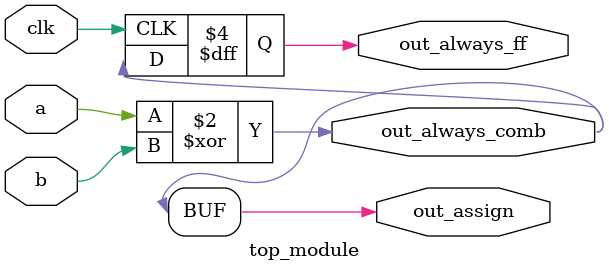
<source format=sv>
module top_module(
    input clk,
    input a,
    input b,
    output out_assign,
    output reg out_always_comb,
    output reg out_always_ff
);

    always @(*) begin
        out_assign = a ^ b;
        out_always_comb = out_assign;
    end
    
    reg [1:0] prev_a;
    reg [1:0] prev_b;
    
    always @(posedge clk) begin
        prev_a <= a;
        prev_b <= b;
        out_always_ff <= out_assign;
    end
    
endmodule

</source>
